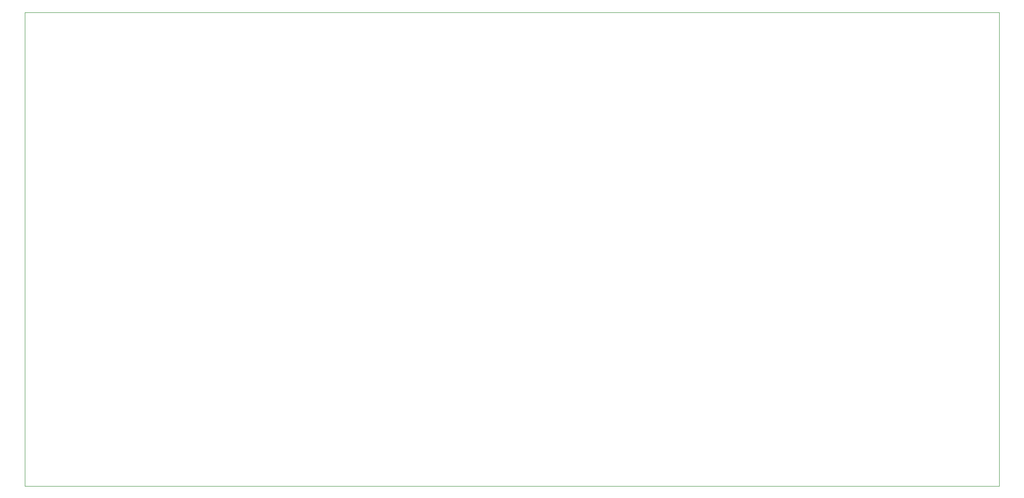
<source format=gbr>
%TF.GenerationSoftware,KiCad,Pcbnew,(6.0.8)*%
%TF.CreationDate,2024-04-13T01:58:17+05:30*%
%TF.ProjectId,Lu_Testing,4c755f54-6573-4746-996e-672e6b696361,rev?*%
%TF.SameCoordinates,Original*%
%TF.FileFunction,Profile,NP*%
%FSLAX46Y46*%
G04 Gerber Fmt 4.6, Leading zero omitted, Abs format (unit mm)*
G04 Created by KiCad (PCBNEW (6.0.8)) date 2024-04-13 01:58:17*
%MOMM*%
%LPD*%
G01*
G04 APERTURE LIST*
%TA.AperFunction,Profile*%
%ADD10C,0.100000*%
%TD*%
G04 APERTURE END LIST*
D10*
X256540000Y-19939000D02*
X77089000Y-19939000D01*
X77089000Y-19939000D02*
X77089000Y-107315000D01*
X77089000Y-107315000D02*
X256540000Y-107315000D01*
X256540000Y-107315000D02*
X256540000Y-19939000D01*
M02*

</source>
